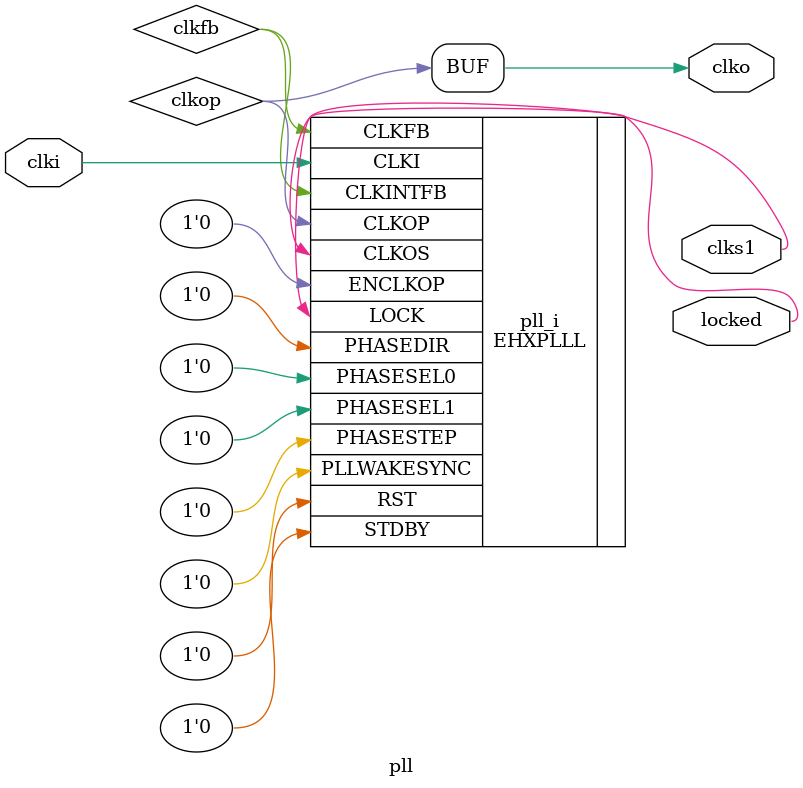
<source format=v>
module pll(input clki, 
    output clks1,
    output locked,
    output clko
);
wire clkfb;
wire clkos;
wire clkop;
(* ICP_CURRENT="12" *) (* LPF_RESISTOR="8" *) (* MFG_ENABLE_FILTEROPAMP="1" *) (* MFG_GMCREF_SEL="2" *)
EHXPLLL #(
        .PLLRST_ENA("DISABLED"),
        .INTFB_WAKE("DISABLED"),
        .STDBY_ENABLE("DISABLED"),
        .DPHASE_SOURCE("DISABLED"),
        .CLKOP_FPHASE(0),
        .CLKOP_CPHASE(63),
        .OUTDIVIDER_MUXA("DIVA"),
        .CLKOP_ENABLE("ENABLED"),
        .CLKOP_DIV(128),
        .CLKOS_ENABLE("ENABLED"),
        .CLKOS_DIV(100),
        .CLKOS_CPHASE(63),
        .CLKOS_FPHASE(0),
        .CLKFB_DIV(1),
        .CLKI_DIV(8),
        .FEEDBK_PATH("INT_OP")
    ) pll_i (
        .CLKI(clki),
        .CLKFB(clkfb),
        .CLKINTFB(clkfb),
        .CLKOP(clkop),
        .CLKOS(clks1),
        .RST(1'b0),
        .STDBY(1'b0),
        .PHASESEL0(1'b0),
        .PHASESEL1(1'b0),
        .PHASEDIR(1'b0),
        .PHASESTEP(1'b0),
        .PLLWAKESYNC(1'b0),
        .ENCLKOP(1'b0),
        .LOCK(locked)
	);
assign clko = clkop;
endmodule

</source>
